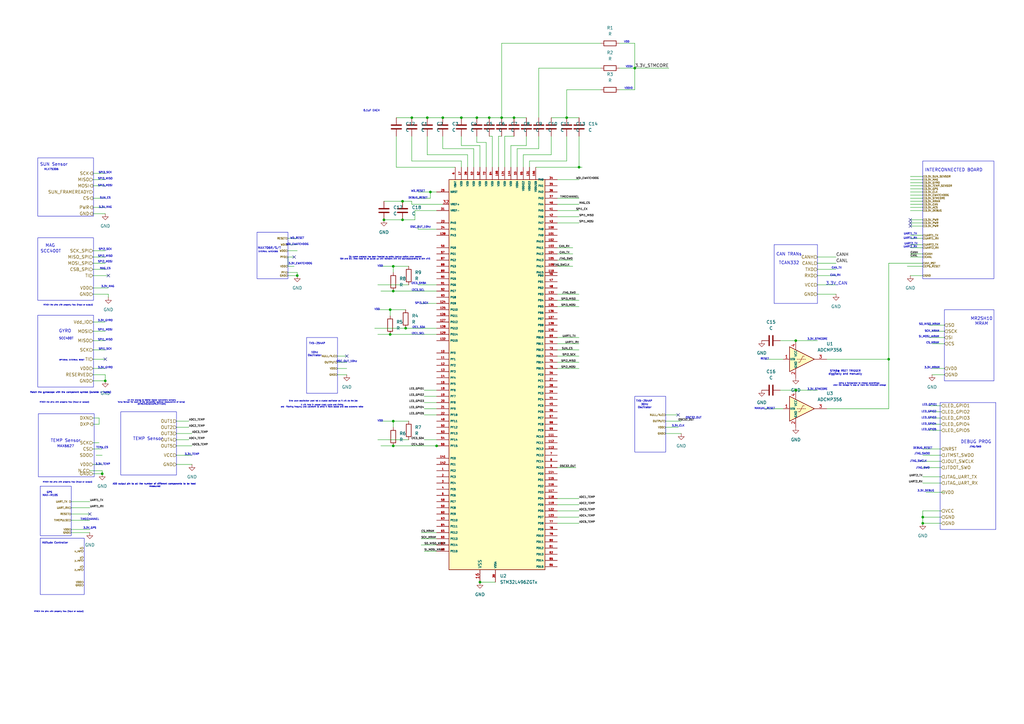
<source format=kicad_sch>
(kicad_sch (version 20231120) (generator "eeschema") (generator_version "8.0")
  (paper "A3")
  (lib_symbols
    (symbol "Comparator:ADCMP356" (pin_names (offset 0.127))
      (property "Reference" "U" (at 3.175 5.08 0))
      (property "Value" "ADCMP356" (at 3.175 -5.08 0))
      (symbol "ADCMP356_1_1"
        (pin input line (at -5.08 0 0) (length 2.54) (name "VIN") (number "1"))
        (pin power_in line (at 0 -7.62 90) (length 3.81) (name "GND") (number "2"))
        (pin output line (at 12.7 0 180) (length 5.08) (name "~") (number "3"))
        (pin power_in line (at 0 7.62 270) (length 3.81) (name "VCC") (number "4"))
      )
    )
    (symbol "Device:C" (pin_numbers hide) (pin_names (offset 0.254))
      (property "Reference" "C" (at 0.635 2.54 0))
      (property "Value" "C" (at 0.635 -2.54 0))
      (symbol "C_1_1"
        (pin passive line (at 0 3.81 270) (length 2.794) (name "~") (number "1"))
        (pin passive line (at 0 -3.81 90) (length 2.794) (name "~") (number "2"))
      )
    )
    (symbol "Device:R" (pin_numbers hide) (pin_names (offset 0))
      (property "Reference" "R" (at 2.032 0 90))
      (property "Value" "R" (at 0 0 90))
      (symbol "R_1_1"
        (pin passive line (at 0 3.81 270) (length 1.27) (name "~") (number "1"))
        (pin passive line (at 0 -3.81 90) (length 1.27) (name "~") (number "2"))
      )
    )
    (symbol "MCU_ST_STM32L4:STM32L496ZGTx"
      (property "Reference" "U1" (at -4.1559 -74.93 0))
      (property "Value" "STM32L496ZGTx" (at -4.1559 -77.47 0))
      (symbol "STM32L496ZGTx_1_1"
        (pin bidirectional line (at -30.48 -27.94 0) (length 5.08) (name "PE2") (number "1"))
        (pin bidirectional line (at -30.48 20.32 0) (length 5.08) (name "PF0") (number "10"))
        (pin bidirectional line (at 19.05 71.12 180) (length 5.08) (name "PA8") (number "100"))
        (pin bidirectional line (at 19.05 68.58 180) (length 5.08) (name "PA9") (number "101"))
        (pin bidirectional line (at 19.05 66.04 180) (length 5.08) (name "PA10") (number "102"))
        (pin bidirectional line (at 19.05 63.5 180) (length 5.08) (name "PA11") (number "103"))
        (pin bidirectional line (at 19.05 60.96 180) (length 5.08) (name "PA12") (number "104"))
        (pin bidirectional line (at 19.05 58.42 180) (length 5.08) (name "PA13") (number "105"))
        (pin power_in line (at 10.16 96.52 270) (length 5.08) (name "VDDUSB") (number "106"))
        (pin passive line (at -16.51 -73.66 90) (length 5.08) hide (name "VSS") (number "107"))
        (pin power_in line (at -5.08 96.52 270) (length 5.08) (name "VDD") (number "108"))
        (pin bidirectional line (at 19.05 55.88 180) (length 5.08) (name "PA14") (number "109"))
        (pin bidirectional line (at -30.48 17.78 0) (length 5.08) (name "PF1") (number "11"))
        (pin bidirectional line (at 19.05 53.34 180) (length 5.08) (name "PA15") (number "110"))
        (pin bidirectional line (at 19.05 -13.97 180) (length 5.08) (name "PC10") (number "111"))
        (pin bidirectional line (at 19.05 -16.51 180) (length 5.08) (name "PC11") (number "112"))
        (pin bidirectional line (at 19.05 -19.05 180) (length 5.08) (name "PC12") (number "113"))
        (pin bidirectional line (at 19.05 -29.21 180) (length 5.08) (name "PD0") (number "114"))
        (pin bidirectional line (at 19.05 -31.75 180) (length 5.08) (name "PD1") (number "115"))
        (pin bidirectional line (at 19.05 -34.29 180) (length 5.08) (name "PD2") (number "116"))
        (pin bidirectional line (at 19.05 -36.83 180) (length 5.08) (name "PD3") (number "117"))
        (pin bidirectional line (at 19.05 -39.37 180) (length 5.08) (name "PD4") (number "118"))
        (pin bidirectional line (at 19.05 -41.91 180) (length 5.08) (name "PD5") (number "119"))
        (pin bidirectional line (at -30.48 15.24 0) (length 5.08) (name "PF2") (number "12"))
        (pin passive line (at -2.54 -73.66 90) (length 5.08) hide (name "VSS") (number "120"))
        (pin power_in line (at -2.54 96.52 270) (length 5.08) (name "VDD") (number "121"))
        (pin bidirectional line (at 19.05 -44.45 180) (length 5.08) (name "PD6") (number "122"))
        (pin bidirectional line (at 19.05 -46.99 180) (length 5.08) (name "PD7") (number "123"))
        (pin bidirectional line (at -30.48 40.64 0) (length 5.08) (name "PG9") (number "124"))
        (pin bidirectional line (at -30.48 38.1 0) (length 5.08) (name "PG10") (number "125"))
        (pin bidirectional line (at -30.48 35.56 0) (length 5.08) (name "PG11") (number "126"))
        (pin bidirectional line (at -30.48 33.02 0) (length 5.08) (name "PG12") (number "127"))
        (pin bidirectional line (at -30.48 30.48 0) (length 5.08) (name "PG13") (number "128"))
        (pin bidirectional line (at -30.48 27.94 0) (length 5.08) (name "PG14") (number "129"))
        (pin bidirectional line (at -30.48 12.7 0) (length 5.08) (name "PF3") (number "13"))
        (pin passive line (at 1.27 -73.66 90) (length 5.08) hide (name "VSS") (number "130"))
        (pin power_in line (at 7.62 96.52 270) (length 5.08) (name "VDDIO2") (number "131"))
        (pin bidirectional line (at -30.48 25.4 0) (length 5.08) (name "PG15") (number "132"))
        (pin bidirectional line (at 19.05 44.45 180) (length 5.08) (name "PB3") (number "133"))
        (pin bidirectional line (at 19.05 41.91 180) (length 5.08) (name "PB4") (number "134"))
        (pin bidirectional line (at 19.05 39.37 180) (length 5.08) (name "PB5") (number "135"))
        (pin bidirectional line (at 19.05 36.83 180) (length 5.08) (name "PB6") (number "136"))
        (pin bidirectional line (at 19.05 34.29 180) (length 5.08) (name "PB7") (number "137"))
        (pin bidirectional line (at -30.48 68.58 0) (length 5.08) (name "PH3") (number "138"))
        (pin bidirectional line (at 19.05 31.75 180) (length 5.08) (name "PB8") (number "139"))
        (pin bidirectional line (at -30.48 10.16 0) (length 5.08) (name "PF4") (number "14"))
        (pin bidirectional line (at 19.05 29.21 180) (length 5.08) (name "PB9") (number "140"))
        (pin bidirectional line (at -30.48 -22.86 0) (length 5.08) (name "PE0") (number "141"))
        (pin bidirectional line (at -30.48 -25.4 0) (length 5.08) (name "PE1") (number "142"))
        (pin passive line (at 5.08 -73.66 90) (length 5.08) hide (name "VSS") (number "143"))
        (pin power_in line (at 0 96.52 270) (length 5.08) (name "VDD") (number "144"))
        (pin bidirectional line (at -30.48 7.62 0) (length 5.08) (name "PF5") (number "15"))
        (pin power_in line (at -12.7 -73.66 90) (length 5.08) (name "VSS") (number "16"))
        (pin power_in line (at -20.32 96.52 270) (length 5.08) (name "VDD") (number "17"))
        (pin bidirectional line (at -30.48 5.08 0) (length 5.08) (name "PF6") (number "18"))
        (pin bidirectional line (at -30.48 2.54 0) (length 5.08) (name "PF7") (number "19"))
        (pin bidirectional line (at -30.48 -30.48 0) (length 5.08) (name "PE3") (number "2"))
        (pin bidirectional line (at -30.48 0 0) (length 5.08) (name "PF8") (number "20"))
        (pin bidirectional line (at -30.48 -2.54 0) (length 5.08) (name "PF9") (number "21"))
        (pin bidirectional line (at -30.48 -5.08 0) (length 5.08) (name "PF10") (number "22"))
        (pin bidirectional line (at -30.48 73.66 0) (length 5.08) (name "PH0") (number "23"))
        (pin bidirectional line (at -30.48 71.12 0) (length 5.08) (name "PH1") (number "24"))
        (pin input line (at -30.48 86.36 0) (length 5.08) (name "NRST") (number "25"))
        (pin bidirectional line (at 19.05 11.43 180) (length 5.08) (name "PC0") (number "26"))
        (pin bidirectional line (at 19.05 8.89 180) (length 5.08) (name "PC1") (number "27"))
        (pin bidirectional line (at 19.05 6.35 180) (length 5.08) (name "PC2") (number "28"))
        (pin bidirectional line (at 19.05 3.81 180) (length 5.08) (name "PC3") (number "29"))
        (pin bidirectional line (at -30.48 -33.02 0) (length 5.08) (name "PE4") (number "3"))
        (pin power_in line (at -6.35 -73.66 90) (length 5.08) (name "VSSA") (number "30"))
        (pin input line (at -30.48 78.74 0) (length 5.08) (name "VREF-") (number "31"))
        (pin input line (at -27.94 81.28 0) (length 2.54) (name "VREF+") (number "32"))
        (pin power_in line (at 2.54 96.52 270) (length 5.08) (name "VDDA") (number "33"))
        (pin bidirectional line (at 19.05 91.44 180) (length 5.08) (name "PA0") (number "34"))
        (pin bidirectional line (at 19.05 88.9 180) (length 5.08) (name "PA1") (number "35"))
        (pin bidirectional line (at 19.05 86.36 180) (length 5.08) (name "PA2") (number "36"))
        (pin bidirectional line (at 19.05 83.82 180) (length 5.08) (name "PA3") (number "37"))
        (pin passive line (at -20.32 -73.66 90) (length 5.08) hide (name "VSS") (number "38"))
        (pin power_in line (at -17.78 96.52 270) (length 5.08) (name "VDD") (number "39"))
        (pin bidirectional line (at -30.48 -35.56 0) (length 5.08) (name "PE5") (number "4"))
        (pin bidirectional line (at 19.05 81.28 180) (length 5.08) (name "PA4") (number "40"))
        (pin bidirectional line (at 19.05 78.74 180) (length 5.08) (name "PA5") (number "41"))
        (pin bidirectional line (at 19.05 76.2 180) (length 5.08) (name "PA6") (number "42"))
        (pin bidirectional line (at 19.05 73.66 180) (length 5.08) (name "PA7") (number "43"))
        (pin bidirectional line (at 19.05 1.27 180) (length 5.08) (name "PC4") (number "44"))
        (pin bidirectional line (at 19.05 -1.27 180) (length 5.08) (name "PC5") (number "45"))
        (pin bidirectional line (at 19.05 52.07 180) (length 5.08) (name "PB0") (number "46"))
        (pin bidirectional line (at 19.05 49.53 180) (length 5.08) (name "PB1") (number "47"))
        (pin bidirectional line (at 19.05 46.99 180) (length 5.08) (name "PB2") (number "48"))
        (pin bidirectional line (at -30.48 -7.62 0) (length 5.08) (name "PF11") (number "49"))
        (pin bidirectional line (at -30.48 -38.1 0) (length 5.08) (name "PE6") (number "5"))
        (pin bidirectional line (at -30.48 -10.16 0) (length 5.08) (name "PF12") (number "50"))
        (pin passive line (at -20.32 -73.66 90) (length 5.08) hide (name "VSS") (number "51"))
        (pin power_in line (at -15.24 96.52 270) (length 5.08) (name "VDD") (number "52"))
        (pin bidirectional line (at -30.48 -12.7 0) (length 5.08) (name "PF13") (number "53"))
        (pin bidirectional line (at -30.48 -15.24 0) (length 5.08) (name "PF14") (number "54"))
        (pin bidirectional line (at -30.48 -17.78 0) (length 5.08) (name "PF15") (number "55"))
        (pin bidirectional line (at -30.48 63.5 0) (length 5.08) (name "PG0") (number "56"))
        (pin bidirectional line (at -30.48 60.96 0) (length 5.08) (name "PG1") (number "57"))
        (pin bidirectional line (at -30.48 -40.64 0) (length 5.08) (name "PE7") (number "58"))
        (pin bidirectional line (at -30.48 -43.18 0) (length 5.08) (name "PE8") (number "59"))
        (pin power_in line (at -22.86 96.52 270) (length 5.08) (name "VBAT") (number "6"))
        (pin bidirectional line (at -30.48 -45.72 0) (length 5.08) (name "PE9") (number "60"))
        (pin passive line (at -20.32 -73.66 90) (length 5.08) hide (name "VSS") (number "61"))
        (pin power_in line (at -12.7 96.52 270) (length 5.08) (name "VDD") (number "62"))
        (pin bidirectional line (at -30.48 -48.26 0) (length 5.08) (name "PE10") (number "63"))
        (pin bidirectional line (at -30.48 -50.8 0) (length 5.08) (name "PE11") (number "64"))
        (pin bidirectional line (at -30.48 -53.34 0) (length 5.08) (name "PE12") (number "65"))
        (pin bidirectional line (at -30.48 -55.88 0) (length 5.08) (name "PE13") (number "66"))
        (pin bidirectional line (at -30.48 -58.42 0) (length 5.08) (name "PE14") (number "67"))
        (pin bidirectional line (at -30.48 -60.96 0) (length 5.08) (name "PE15") (number "68"))
        (pin bidirectional line (at 19.05 26.67 180) (length 5.08) (name "PB10") (number "69"))
        (pin bidirectional line (at 19.05 -21.59 180) (length 5.08) (name "PC13") (number "7"))
        (pin bidirectional line (at 19.05 24.13 180) (length 5.08) (name "PB11") (number "70"))
        (pin passive line (at -20.32 -73.66 90) (length 5.08) hide (name "VSS") (number "71"))
        (pin power_in line (at -10.16 96.52 270) (length 5.08) (name "VDD") (number "72"))
        (pin bidirectional line (at 19.05 21.59 180) (length 5.08) (name "PB12") (number "73"))
        (pin bidirectional line (at 19.05 19.05 180) (length 5.08) (name "PB13") (number "74"))
        (pin bidirectional line (at 19.05 16.51 180) (length 5.08) (name "PB14") (number "75"))
        (pin bidirectional line (at 19.05 13.97 180) (length 5.08) (name "PB15") (number "76"))
        (pin bidirectional line (at 19.05 -49.53 180) (length 5.08) (name "PD8") (number "77"))
        (pin bidirectional line (at 19.05 -52.07 180) (length 5.08) (name "PD9") (number "78"))
        (pin bidirectional line (at 19.05 -54.61 180) (length 5.08) (name "PD10") (number "79"))
        (pin bidirectional line (at 19.05 -24.13 180) (length 5.08) (name "PC14") (number "8"))
        (pin bidirectional line (at 19.05 -57.15 180) (length 5.08) (name "PD11") (number "80"))
        (pin bidirectional line (at 19.05 -59.69 180) (length 5.08) (name "PD12") (number "81"))
        (pin bidirectional line (at 19.05 -62.23 180) (length 5.08) (name "PD13") (number "82"))
        (pin passive line (at -20.32 -73.66 90) (length 5.08) hide (name "VSS") (number "83"))
        (pin power_in line (at -7.62 96.52 270) (length 5.08) (name "VDD") (number "84"))
        (pin bidirectional line (at 19.05 -64.77 180) (length 5.08) (name "PD14") (number "85"))
        (pin bidirectional line (at 19.05 -67.31 180) (length 5.08) (name "PD15") (number "86"))
        (pin bidirectional line (at -30.48 58.42 0) (length 5.08) (name "PG2") (number "87"))
        (pin bidirectional line (at -30.48 55.88 0) (length 5.08) (name "PG3") (number "88"))
        (pin bidirectional line (at -30.48 53.34 0) (length 5.08) (name "PG4") (number "89"))
        (pin bidirectional line (at 19.05 -26.67 180) (length 5.08) (name "PC15") (number "9"))
        (pin bidirectional line (at -30.48 50.8 0) (length 5.08) (name "PG5") (number "90"))
        (pin bidirectional line (at -30.48 48.26 0) (length 5.08) (name "PG6") (number "91"))
        (pin bidirectional line (at -30.48 45.72 0) (length 5.08) (name "PG7") (number "92"))
        (pin bidirectional line (at -30.48 43.18 0) (length 5.08) (name "PG8") (number "93"))
        (pin passive line (at -20.32 -73.66 90) (length 5.08) hide (name "VSS") (number "94"))
        (pin power_in line (at 5.08 96.52 270) (length 5.08) (name "VDDIO2") (number "95"))
        (pin bidirectional line (at 19.05 -3.81 180) (length 5.08) (name "PC6") (number "96"))
        (pin bidirectional line (at 19.05 -6.35 180) (length 5.08) (name "PC7") (number "97"))
        (pin bidirectional line (at 19.05 -8.89 180) (length 5.08) (name "PC8") (number "98"))
        (pin bidirectional line (at 19.05 -11.43 180) (length 5.08) (name "PC9") (number "99"))
      )
    )
    (symbol "power:GND" (power) (pin_numbers hide) (pin_names (offset 0) hide)
      (property "Value" "GND" (at 0 -3.81 0))
      (symbol "GND_1_1"
        (pin power_in line (at 0 0 270) (length 0) (name "~") (number "1"))
      )
    )
  )
  (junction (at 41.91 194.31))
  (junction (at 195.58 48.26))
  (junction (at 189.23 48.26))
  (junction (at 196.85 238.76))
  (junction (at 161.29 109.22))
  (junction (at 237.49 68.58))
  (junction (at 364.49 147.32))
  (junction (at 121.92 113.03))
  (junction (at 179.07 182.88))
  (junction (at 210.82 48.26))
  (junction (at 161.29 119.38))
  (junction (at 378.46 212.09))
  (junction (at 378.46 214.63))
  (junction (at 200.66 48.26))
  (junction (at 260.35 27.94))
  (junction (at 161.29 172.72))
  (junction (at 157.48 90.17))
  (junction (at 205.74 48.26))
  (junction (at 168.91 48.26))
  (junction (at 43.18 156.21))
  (junction (at 326.39 160.02))
  (junction (at 176.53 78.74))
  (junction (at 175.26 48.26))
  (junction (at 160.02 127))
  (junction (at 161.29 182.88))
  (junction (at 181.61 48.26))
  (junction (at 232.41 48.26))
  (junction (at 326.39 139.7))
  (junction (at 165.1 90.17))
  (junction (at 160.02 137.16))
  (junction (at 166.37 134.62))
  (junction (at 165.1 82.55))
  (no_connect (at 44.45 113.03))
  (no_connect (at 36.83 210.82))
  (no_connect (at 373.38 90.17))
  (no_connect (at 120.65 105.41))
  (no_connect (at 43.18 147.32))
  (no_connect (at 373.38 91.44))
  (no_connect (at 373.38 92.71))
  (no_connect (at 142.24 146.05))
  (no_connect (at 278.13 170.18))
  (wire (pts (xy 373.38 82.55) (xy 378.46 82.55)))
  (wire (pts (xy 161.29 182.88) (xy 179.07 182.88)))
  (wire (pts (xy 200.66 48.26) (xy 205.74 48.26)))
  (wire (pts (xy 373.38 90.17) (xy 378.46 90.17)))
  (wire (pts (xy 379.73 201.93) (xy 387.35 201.93)))
  (wire (pts (xy 172.72 124.46) (xy 179.07 124.46)))
  (wire (pts (xy 226.06 48.26) (xy 232.41 48.26)))
  (wire (pts (xy 215.9 59.69) (xy 215.9 55.88)))
  (wire (pts (xy 38.1 173.99) (xy 40.64 173.99)))
  (wire (pts (xy 378.46 212.09) (xy 386.08 212.09)))
  (wire (pts (xy 232.41 66.04) (xy 232.41 55.88)))
  (wire (pts (xy 378.46 186.69) (xy 386.08 186.69)))
  (wire (pts (xy 254 17.78) (xy 260.35 17.78)))
  (wire (pts (xy 228.6 214.63) (xy 237.49 214.63)))
  (wire (pts (xy 220.98 48.26) (xy 220.98 27.94)))
  (wire (pts (xy 378.46 212.09) (xy 378.46 214.63)))
  (wire (pts (xy 173.99 180.34) (xy 179.07 180.34)))
  (wire (pts (xy 382.27 140.97) (xy 387.35 140.97)))
  (wire (pts (xy 29.21 218.44) (xy 36.83 218.44)))
  (wire (pts (xy 381 173.99) (xy 386.08 173.99)))
  (wire (pts (xy 201.93 68.58) (xy 201.93 55.88)))
  (wire (pts (xy 386.08 195.58) (xy 378.46 195.58)))
  (wire (pts (xy 339.09 167.64) (xy 364.49 167.64)))
  (wire (pts (xy 194.31 68.58) (xy 194.31 60.96)))
  (wire (pts (xy 199.39 58.42) (xy 195.58 58.42)))
  (wire (pts (xy 191.77 68.58) (xy 191.77 63.5)))
  (wire (pts (xy 228.6 146.05) (xy 237.49 146.05)))
  (wire (pts (xy 166.37 134.62) (xy 179.07 134.62)))
  (wire (pts (xy 186.69 68.58) (xy 162.56 68.58)))
  (wire (pts (xy 196.85 68.58) (xy 196.85 59.69)))
  (wire (pts (xy 232.41 36.83) (xy 246.38 36.83)))
  (wire (pts (xy 326.39 139.7) (xy 335.28 139.7)))
  (wire (pts (xy 170.18 86.36) (xy 170.18 90.17)))
  (wire (pts (xy 364.49 147.32) (xy 364.49 107.95)))
  (wire (pts (xy 232.41 48.26) (xy 232.41 36.83)))
  (wire (pts (xy 72.39 186.69) (xy 78.74 186.69)))
  (wire (pts (xy 313.69 167.64) (xy 321.31 167.64)))
  (wire (pts (xy 273.05 177.8) (xy 279.4 177.8)))
  (wire (pts (xy 38.1 85.09) (xy 43.18 85.09)))
  (wire (pts (xy 171.45 78.74) (xy 176.53 78.74)))
  (wire (pts (xy 228.6 88.9) (xy 237.49 88.9)))
  (wire (pts (xy 237.49 68.58) (xy 237.49 55.88)))
  (wire (pts (xy 212.09 60.96) (xy 220.98 60.96)))
  (wire (pts (xy 373.38 83.82) (xy 378.46 83.82)))
  (wire (pts (xy 195.58 48.26) (xy 200.66 48.26)))
  (wire (pts (xy 382.27 151.13) (xy 387.35 151.13)))
  (wire (pts (xy 176.53 78.74) (xy 179.07 78.74)))
  (wire (pts (xy 138.43 146.05) (xy 142.24 146.05)))
  (wire (pts (xy 173.99 170.18) (xy 179.07 170.18)))
  (wire (pts (xy 157.48 90.17) (xy 165.1 90.17)))
  (wire (pts (xy 189.23 48.26) (xy 195.58 48.26)))
  (wire (pts (xy 138.43 151.13) (xy 142.24 151.13)))
  (wire (pts (xy 161.29 119.38) (xy 179.07 119.38)))
  (wire (pts (xy 228.6 106.68) (xy 234.95 106.68)))
  (wire (pts (xy 378.46 214.63) (xy 386.08 214.63)))
  (wire (pts (xy 72.39 177.8) (xy 78.74 177.8)))
  (wire (pts (xy 161.29 111.76) (xy 161.29 109.22)))
  (wire (pts (xy 181.61 83.82) (xy 168.91 83.82)))
  (wire (pts (xy 153.67 134.62) (xy 166.37 134.62)))
  (wire (pts (xy 29.21 210.82) (xy 36.83 210.82)))
  (wire (pts (xy 382.27 153.67) (xy 387.35 153.67)))
  (wire (pts (xy 171.45 92.71) (xy 171.45 93.98)))
  (wire (pts (xy 335.28 105.41) (xy 342.9 105.41)))
  (wire (pts (xy 382.27 135.89) (xy 387.35 135.89)))
  (wire (pts (xy 173.99 165.1) (xy 179.07 165.1)))
  (wire (pts (xy 161.29 109.22) (xy 167.64 109.22)))
  (wire (pts (xy 189.23 59.69) (xy 189.23 55.88)))
  (wire (pts (xy 175.26 48.26) (xy 181.61 48.26)))
  (wire (pts (xy 162.56 68.58) (xy 162.56 55.88)))
  (wire (pts (xy 214.63 68.58) (xy 214.63 63.5)))
  (wire (pts (xy 204.47 68.58) (xy 204.47 55.88)))
  (wire (pts (xy 373.38 80.01) (xy 378.46 80.01)))
  (wire (pts (xy 228.6 140.97) (xy 237.49 140.97)))
  (wire (pts (xy 138.43 153.67) (xy 142.24 153.67)))
  (wire (pts (xy 381 133.35) (xy 387.35 133.35)))
  (wire (pts (xy 335.28 116.84) (xy 342.9 116.84)))
  (wire (pts (xy 228.6 138.43) (xy 237.49 138.43)))
  (wire (pts (xy 38.1 73.66) (xy 43.18 73.66)))
  (wire (pts (xy 29.21 208.28) (xy 36.83 208.28)))
  (wire (pts (xy 386.08 198.12) (xy 378.46 198.12)))
  (wire (pts (xy 209.55 68.58) (xy 209.55 59.69)))
  (wire (pts (xy 335.28 110.49) (xy 342.9 110.49)))
  (wire (pts (xy 217.17 66.04) (xy 232.41 66.04)))
  (wire (pts (xy 172.72 223.52) (xy 179.07 223.52)))
  (wire (pts (xy 168.91 66.04) (xy 168.91 55.88)))
  (wire (pts (xy 228.6 207.01) (xy 237.49 207.01)))
  (wire (pts (xy 38.1 81.28) (xy 43.18 81.28)))
  (wire (pts (xy 228.6 151.13) (xy 237.49 151.13)))
  (wire (pts (xy 162.56 48.26) (xy 168.91 48.26)))
  (wire (pts (xy 326.39 160.02) (xy 335.28 160.02)))
  (wire (pts (xy 196.85 59.69) (xy 189.23 59.69)))
  (wire (pts (xy 72.39 190.5) (xy 78.74 190.5)))
  (wire (pts (xy 168.91 83.82) (xy 168.91 82.55)))
  (wire (pts (xy 38.1 147.32) (xy 43.18 147.32)))
  (wire (pts (xy 196.85 238.76) (xy 203.2 238.76)))
  (wire (pts (xy 154.94 116.84) (xy 167.64 116.84)))
  (wire (pts (xy 205.74 48.26) (xy 210.82 48.26)))
  (wire (pts (xy 154.94 137.16) (xy 160.02 137.16)))
  (wire (pts (xy 38.1 139.7) (xy 43.18 139.7)))
  (wire (pts (xy 72.39 175.26) (xy 77.47 175.26)))
  (wire (pts (xy 160.02 137.16) (xy 179.07 137.16)))
  (wire (pts (xy 378.46 184.15) (xy 386.08 184.15)))
  (wire (pts (xy 228.6 83.82) (xy 237.49 83.82)))
  (wire (pts (xy 173.99 167.64) (xy 179.07 167.64)))
  (wire (pts (xy 273.05 172.72) (xy 279.4 172.72)))
  (wire (pts (xy 381 171.45) (xy 386.08 171.45)))
  (wire (pts (xy 373.38 77.47) (xy 378.46 77.47)))
  (wire (pts (xy 154.94 127) (xy 160.02 127)))
  (wire (pts (xy 335.28 113.03) (xy 342.9 113.03)))
  (wire (pts (xy 228.6 91.44) (xy 237.49 91.44)))
  (wire (pts (xy 373.38 97.79) (xy 378.46 97.79)))
  (wire (pts (xy 161.29 172.72) (xy 167.64 172.72)))
  (wire (pts (xy 199.39 68.58) (xy 199.39 58.42)))
  (wire (pts (xy 378.46 209.55) (xy 378.46 212.09)))
  (wire (pts (xy 373.38 113.03) (xy 378.46 113.03)))
  (wire (pts (xy 228.6 204.47) (xy 237.49 204.47)))
  (wire (pts (xy 38.1 151.13) (xy 43.18 151.13)))
  (wire (pts (xy 219.71 68.58) (xy 237.49 68.58)))
  (wire (pts (xy 72.39 172.72) (xy 77.47 172.72)))
  (wire (pts (xy 172.72 220.98) (xy 179.07 220.98)))
  (wire (pts (xy 320.04 139.7) (xy 326.39 139.7)))
  (wire (pts (xy 228.6 81.28) (xy 237.49 81.28)))
  (wire (pts (xy 160.02 127) (xy 166.37 127)))
  (wire (pts (xy 118.11 100.33) (xy 121.92 100.33)))
  (wire (pts (xy 260.35 27.94) (xy 274.32 27.94)))
  (wire (pts (xy 273.05 175.26) (xy 278.13 175.26)))
  (wire (pts (xy 364.49 107.95) (xy 378.46 107.95)))
  (wire (pts (xy 373.38 104.14) (xy 378.46 104.14)))
  (wire (pts (xy 118.11 102.87) (xy 121.92 102.87)))
  (wire (pts (xy 72.39 182.88) (xy 78.74 182.88)))
  (wire (pts (xy 38.1 102.87) (xy 43.18 102.87)))
  (wire (pts (xy 373.38 96.52) (xy 378.46 96.52)))
  (wire (pts (xy 254 27.94) (xy 260.35 27.94)))
  (wire (pts (xy 171.45 81.28) (xy 176.53 81.28)))
  (wire (pts (xy 29.21 217.17) (xy 36.83 217.17)))
  (wire (pts (xy 373.38 85.09) (xy 378.46 85.09)))
  (wire (pts (xy 214.63 63.5) (xy 226.06 63.5)))
  (wire (pts (xy 154.94 180.34) (xy 167.64 180.34)))
  (wire (pts (xy 254 36.83) (xy 260.35 36.83)))
  (wire (pts (xy 232.41 48.26) (xy 237.49 48.26)))
  (wire (pts (xy 373.38 101.6) (xy 378.46 101.6)))
  (wire (pts (xy 161.29 175.26) (xy 161.29 172.72)))
  (wire (pts (xy 38.1 105.41) (xy 43.18 105.41)))
  (wire (pts (xy 194.31 60.96) (xy 181.61 60.96)))
  (wire (pts (xy 121.92 111.76) (xy 121.92 113.03)))
  (wire (pts (xy 191.77 63.5) (xy 175.26 63.5)))
  (wire (pts (xy 138.43 148.59) (xy 142.24 148.59)))
  (wire (pts (xy 373.38 78.74) (xy 378.46 78.74)))
  (wire (pts (xy 260.35 27.94) (xy 260.35 36.83)))
  (wire (pts (xy 179.07 93.98) (xy 171.45 93.98)))
  (wire (pts (xy 228.6 109.22) (xy 234.95 109.22)))
  (wire (pts (xy 373.38 100.33) (xy 378.46 100.33)))
  (wire (pts (xy 189.23 68.58) (xy 189.23 66.04)))
  (wire (pts (xy 39.37 186.69) (xy 41.91 186.69)))
  (wire (pts (xy 201.93 55.88) (xy 200.66 55.88)))
  (wire (pts (xy 38.1 171.45) (xy 40.64 171.45)))
  (wire (pts (xy 171.45 116.84) (xy 179.07 116.84)))
  (wire (pts (xy 210.82 48.26) (xy 215.9 48.26)))
  (wire (pts (xy 373.38 72.39) (xy 378.46 72.39)))
  (wire (pts (xy 381 176.53) (xy 386.08 176.53)))
  (wire (pts (xy 320.04 160.02) (xy 326.39 160.02)))
  (wire (pts (xy 29.21 205.74) (xy 36.83 205.74)))
  (wire (pts (xy 157.48 82.55) (xy 165.1 82.55)))
  (wire (pts (xy 373.38 74.93) (xy 378.46 74.93)))
  (wire (pts (xy 373.38 81.28) (xy 378.46 81.28)))
  (wire (pts (xy 160.02 129.54) (xy 160.02 127)))
  (wire (pts (xy 228.6 123.19) (xy 237.49 123.19)))
  (wire (pts (xy 156.21 119.38) (xy 161.29 119.38)))
  (wire (pts (xy 237.49 68.58) (xy 238.76 68.58)))
  (wire (pts (xy 228.6 143.51) (xy 237.49 143.51)))
  (wire (pts (xy 176.53 78.74) (xy 176.53 81.28)))
  (wire (pts (xy 228.6 86.36) (xy 237.49 86.36)))
  (wire (pts (xy 372.11 109.22) (xy 378.46 109.22)))
  (wire (pts (xy 207.01 68.58) (xy 207.01 55.88)))
  (wire (pts (xy 38.1 76.2) (xy 43.18 76.2)))
  (wire (pts (xy 220.98 27.94) (xy 246.38 27.94)))
  (wire (pts (xy 373.38 91.44) (xy 378.46 91.44)))
  (wire (pts (xy 205.74 17.78) (xy 246.38 17.78)))
  (wire (pts (xy 43.18 153.67) (xy 43.18 156.21)))
  (wire (pts (xy 181.61 60.96) (xy 181.61 55.88)))
  (wire (pts (xy 228.6 125.73) (xy 237.49 125.73)))
  (wire (pts (xy 373.38 105.41) (xy 378.46 105.41)))
  (wire (pts (xy 326.39 161.29) (xy 326.39 160.02)))
  (wire (pts (xy 181.61 48.26) (xy 189.23 48.26)))
  (wire (pts (xy 38.1 181.61) (xy 40.64 181.61)))
  (wire (pts (xy 72.39 180.34) (xy 77.47 180.34)))
  (wire (pts (xy 38.1 184.15) (xy 41.91 184.15)))
  (wire (pts (xy 373.38 92.71) (xy 378.46 92.71)))
  (wire (pts (xy 381 168.91) (xy 386.08 168.91)))
  (wire (pts (xy 189.23 66.04) (xy 168.91 66.04)))
  (wire (pts (xy 38.1 110.49) (xy 43.18 110.49)))
  (wire (pts (xy 156.21 109.22) (xy 161.29 109.22)))
  (wire (pts (xy 165.1 82.55) (xy 168.91 82.55)))
  (wire (pts (xy 378.46 191.77) (xy 386.08 191.77)))
  (wire (pts (xy 335.28 120.65) (xy 342.9 120.65)))
  (wire (pts (xy 156.21 172.72) (xy 161.29 172.72)))
  (wire (pts (xy 38.1 135.89) (xy 43.18 135.89)))
  (wire (pts (xy 205.74 48.26) (xy 205.74 17.78)))
  (wire (pts (xy 29.21 213.36) (xy 36.83 213.36)))
  (wire (pts (xy 173.99 162.56) (xy 179.07 162.56)))
  (wire (pts (xy 38.1 190.5) (xy 41.91 190.5)))
  (wire (pts (xy 228.6 104.14) (xy 234.95 104.14)))
  (wire (pts (xy 381 138.43) (xy 387.35 138.43)))
  (wire (pts (xy 273.05 170.18) (xy 278.13 170.18)))
  (wire (pts (xy 220.98 60.96) (xy 220.98 55.88)))
  (wire (pts (xy 204.47 55.88) (xy 205.74 55.88)))
  (wire (pts (xy 38.1 194.31) (xy 41.91 194.31)))
  (wire (pts (xy 195.58 58.42) (xy 195.58 55.88)))
  (wire (pts (xy 44.45 120.65) (xy 44.45 121.92)))
  (wire (pts (xy 36.83 193.04) (xy 41.91 193.04)))
  (wire (pts (xy 38.1 107.95) (xy 43.18 107.95)))
  (wire (pts (xy 38.1 118.11) (xy 44.45 118.11)))
  (wire (pts (xy 373.38 73.66) (xy 378.46 73.66)))
  (wire (pts (xy 118.11 113.03) (xy 121.92 113.03)))
  (wire (pts (xy 38.1 71.12) (xy 43.18 71.12)))
  (wire (pts (xy 38.1 132.08) (xy 43.18 132.08)))
  (wire (pts (xy 41.91 193.04) (xy 41.91 194.31)))
  (wire (pts (xy 168.91 48.26) (xy 175.26 48.26)))
  (wire (pts (xy 228.6 101.6) (xy 234.95 101.6)))
  (wire (pts (xy 381 166.37) (xy 386.08 166.37)))
  (wire (pts (xy 228.6 148.59) (xy 237.49 148.59)))
  (wire (pts (xy 165.1 90.17) (xy 170.18 90.17)))
  (wire (pts (xy 179.07 86.36) (xy 170.18 86.36)))
  (wire (pts (xy 118.11 97.79) (xy 121.92 97.79)))
  (wire (pts (xy 38.1 113.03) (xy 44.45 113.03)))
  (wire (pts (xy 335.28 107.95) (xy 342.9 107.95)))
  (wire (pts (xy 217.17 68.58) (xy 217.17 66.04)))
  (wire (pts (xy 209.55 59.69) (xy 215.9 59.69)))
  (wire (pts (xy 118.11 109.22) (xy 120.65 109.22)))
  (wire (pts (xy 377.19 189.23) (xy 386.08 189.23)))
  (wire (pts (xy 40.64 171.45) (xy 40.64 173.99)))
  (wire (pts (xy 313.69 147.32) (xy 321.31 147.32)))
  (wire (pts (xy 38.1 87.63) (xy 43.18 87.63)))
  (wire (pts (xy 373.38 86.36) (xy 378.46 86.36)))
  (wire (pts (xy 118.11 111.76) (xy 121.92 111.76)))
  (wire (pts (xy 156.21 182.88) (xy 161.29 182.88)))
  (wire (pts (xy 260.35 17.78) (xy 260.35 27.94)))
  (wire (pts (xy 228.6 73.66) (xy 237.49 73.66)))
  (wire (pts (xy 175.26 55.88) (xy 175.26 63.5)))
  (wire (pts (xy 173.99 226.06) (xy 179.07 226.06)))
  (wire (pts (xy 228.6 120.65) (xy 237.49 120.65)))
  (wire (pts (xy 373.38 76.2) (xy 378.46 76.2)))
  (wire (pts (xy 118.11 105.41) (xy 120.65 105.41)))
  (wire (pts (xy 173.99 160.02) (xy 179.07 160.02)))
  (wire (pts (xy 172.72 218.44) (xy 179.07 218.44)))
  (wire (pts (xy 364.49 167.64) (xy 364.49 147.32)))
  (wire (pts (xy 273.05 175.26) (xy 273.05 177.8)))
  (wire (pts (xy 38.1 143.51) (xy 43.18 143.51)))
  (wire (pts (xy 207.01 55.88) (xy 210.82 55.88)))
  (wire (pts (xy 118.11 105.41) (xy 118.11 109.22)))
  (wire (pts (xy 339.09 147.32) (xy 364.49 147.32)))
  (wire (pts (xy 38.1 120.65) (xy 44.45 120.65)))
  (wire (pts (xy 38.1 156.21) (xy 43.18 156.21)))
  (wire (pts (xy 386.08 209.55) (xy 378.46 209.55)))
  (wire (pts (xy 179.07 182.88) (xy 180.34 182.88)))
  (wire (pts (xy 212.09 68.58) (xy 212.09 60.96)))
  (wire (pts (xy 228.6 209.55) (xy 237.49 209.55)))
  (wire (pts (xy 228.6 212.09) (xy 237.49 212.09)))
  (wire (pts (xy 228.6 191.77) (xy 236.22 191.77)))
  (wire (pts (xy 38.1 153.67) (xy 43.18 153.67)))
  (wire (pts (xy 226.06 63.5) (xy 226.06 55.88)))
  (rectangle (start 260.35 162.56) (end 273.05 185.42))
  (rectangle (start 385.572 165.1) (end 408.432 217.17))
  (rectangle (start 16.51 199.39) (end 29.21 219.71))
  (rectangle (start 125.73 138.43) (end 138.43 161.29))
  (rectangle (start 16.51 220.726) (end 34.544 243.84))
  (rectangle (start 317.5 100.33) (end 335.28 124.46))
  (rectangle (start 15.494 129.286) (end 38.354 158.75))
  (rectangle (start 49.53 168.91) (end 72.39 194.818))
  (rectangle (start 105.41 95.25) (end 118.11 114.3))
  (rectangle (start 378.46 66.04) (end 407.67 114.3))
  (rectangle (start 15.494 64.77) (end 38.354 88.646))
  (rectangle (start 15.748 169.672) (end 38.608 195.58))
  (rectangle (start 407.67 127) (end 387.35 156.21))
  (rectangle (start 15.494 97.536) (end 38.354 123.19))
  (text "MR2SH10\nMRAM\n" (at 402.59 131.826 0) (effects (font (size 1.27 1.27))))
  (text "MTACH the pins with properly flow (input or output)\n" (at 27.94 125.222 0) (effects (font (size 0.508 0.508))))
  (text "JTAG_SWDO" (at 378.206 186.182 0) (effects (font (size 0.762 0.762))))
  (text "3.3V_CLK" (at 278.13 174.752 0) (effects (font (size 0.762 0.762))))
  (text "10hz\nOscillator" (at 129.032 145.288 0) (effects (font (size 0.762 0.762))))
  (text "JTAG_SWCLK" (at 376.682 189.23 0) (effects (font (size 0.762 0.762))))
  (text "SPI3_SCK" (at 172.974 124.46 0) (effects (font (size 0.762 0.762))))
  (text "30Hz\nOscillator" (at 264.414 166.624 0) (effects (font (size 0.762 0.762))))
  (text "TX5-254AP\n" (at 130.048 140.97 0) (effects (font (size 0.762 0.762))))
  (text "VDDA" (at 258.064 27.432 0) (effects (font (size 0.762 0.762))))
  (text "MAG\n" (at 20.574 100.838 0) (effects (font (size 1.27 1.27))))
  (text "EXTERNAL WATCHDOG" (at 109.982 103.378 0) (effects (font (size 0.508 0.508))))
  (text "3.3V_TEMP" (at 42.164 190.5 0) (effects (font (size 0.762 0.762))))
  (text "SI_MOSI_mRAM" (at 381 138.176 0) (effects (font (size 0.762 0.762))))
  (text "VDD" (at 257.048 17.272 0) (effects (font (size 0.762 0.762))))
  (text "VDD" (at 155.956 109.22 0) (effects (font (size 0.762 0.762))))
  (text "SCC400T" (at 20.828 103.124 0) (effects (font (size 1.27 1.27))))
  (text "OPTIONAL EXTERNAL RESET" (at 29.464 147.828 0) (effects (font (size 0.508 0.508))))
  (text "SPI3_SCK" (at 43.18 70.866 0) (effects (font (size 0.762 0.762))))
  (text "GYRO\n" (at 26.67 135.89 0) (effects (font (size 1.27 1.27))))
  (text "MTACH the pins with properly flow (input or output)\n" (at 27.686 197.866 0) (effects (font (size 0.508 0.508))))
  (text "TEMp_CS" (at 41.91 183.642 0) (effects (font (size 0.762 0.762))))
  (text "DEBUG_RESET" (at 171.45 81.28 0) (effects (font (size 0.762 0.762))))
  (text "3.3V_MAG" (at 44.196 117.602 0) (effects (font (size 0.762 0.762))))
  (text "It will help in proper clock cycle and timing\n and  filtering frequncy and waveform to amke it more stable and less extereme noise " (at 132.08 166.624 0) (effects (font (size 0.508 0.508))))
  (text "all the analog to digital signal converters sensors\nTemp Sensor for each of the sensor(for optimal measuremnt of temp) \n(GYRO,MAG,SUN,GPS,ATTITUDE)" (at 62.23 165.1 0) (effects (font (size 0.508 0.508))))
  (text "SPI1_SCK\n" (at 43.18 143.256 0) (effects (font (size 0.762 0.762))))
  (text "MLX75306 " (at 21.336 69.596 0) (effects (font (size 0.762 0.762))))
  (text "OSC32_OUT" (at 284.48 171.45 0) (effects (font (size 0.762 0.762))))
  (text "TIMECHANNEL" (at 36.83 213.106 0) (effects (font (size 0.762 0.762))))
  (text "DEBUG PROG\n" (at 400.304 181.356 0) (effects (font (size 1.27 1.27))))
  (text "Using a Comparator to choose accordingly \nwhen the voltage is less or more the threshold voltage" (at 352.552 157.734 0) (effects (font (size 0.508 0.508))))
  (text "SPI3_MOSI" (at 43.18 76.2 0) (effects (font (size 0.762 0.762))))
  (text "3.3V_CAN" (at 343.154 116.332 0) (effects (font (size 1.27 1.27))))
  (text "3.3V_GPS" (at 36.83 216.662 0) (effects (font (size 0.762 0.762))))
  (text "3.3V_EWATCHDOG" (at 123.19 108.204 0) (effects (font (size 0.762 0.762))))
  (text "RESET\n" (at 313.69 147.32 0) (effects (font (size 0.762 0.762))))
  (text "LED_GPIO2\n" (at 381 168.91 0) (effects (font (size 0.762 0.762))))
  (text "JTAG/SWD\n" (at 400.05 183.388 0) (effects (font (size 0.635 0.635))))
  (text "MTACH the pins with properly flow (input or output)\n" (at 24.13 250.952 0) (effects (font (size 0.508 0.508))))
  (text "TCAN332\n" (at 323.596 107.95 0) (effects (font (size 1.27 1.27))))
  (text "3.3V_DEBUG" (at 379.73 201.422 0) (effects (font (size 0.762 0.762))))
  (text "SIne wave osccialltor used not a crystal oscillator as it will do the job" (at 132.588 164.592 0) (effects (font (size 0.508 0.508))))
  (text "SPI3_MISO" (at 43.18 73.406 0) (effects (font (size 0.762 0.762))))
  (text "SPI1_MISO\n" (at 43.18 139.446 0) (effects (font (size 0.762 0.762))))
  (text "SUN Sensor\n" (at 22.098 67.564 0) (effects (font (size 1.27 1.27))))
  (text "LED_GPIO5" (at 381 176.276 0) (effects (font (size 0.762 0.762))))
  (text "OSC_OUT_10hz" (at 172.466 93.218 0) (effects (font (size 0.762 0.762))))
  (text "SO_MISO_MRAM" (at 381.254 133.096 0) (effects (font (size 0.762 0.762))))
  (text "WD_RESET" (at 121.92 97.79 0) (effects (font (size 0.762 0.762))))
  (text "SUN_CS" (at 43.18 81.28 0) (effects (font (size 0.762 0.762))))
  (text "Match the gyroscope with the component symbol (outside = inside)" (at 28.956 161.036 0) (effects (font (size 0.635 0.635))))
  (text "LED_GPIO3" (at 381 171.45 0) (effects (font (size 0.762 0.762))))
  (text "I2C3_SMBA" (at 171.704 116.332 0) (effects (font (size 0.762 0.762))))
  (text "3.3V_MRAM" (at 382.27 150.876 0) (effects (font (size 0.762 0.762))))
  (text "VDD" (at 155.956 172.72 0) (effects (font (size 0.762 0.762))))
  (text "SCK_MRAM" (at 382.27 135.89 0) (effects (font (size 0.762 0.762))))
  (text "SCC400T" (at 27.178 138.938 0) (effects (font (size 0.889 0.889))))
  (text "WDI_EWATCHDOG" (at 121.92 100.33 0) (effects (font (size 0.762 0.762))))
  (text "VDDIO\n" (at 257.81 36.322 0) (effects (font (size 0.762 0.762))))
  (text "SPI2_MOSI" (at 43.18 107.442 0) (effects (font (size 0.762 0.762))))
  (text "JTAG_SWO" (at 378.46 192.024 0) (effects (font (size 0.762 0.762))))
  (text "SPI1_MOSI\n" (at 43.18 135.382 0) (effects (font (size 0.762 0.762))))
  (text "ADD output pin to all the number of different components to be heat \nmeasured" (at 63.5 199.136 0) (effects (font (size 0.635 0.635))))
  (text "SPI2_MISO" (at 43.18 105.156 0) (effects (font (size 0.762 0.762))))
  (text "STM#@ RSET TRIGGER\ndiggitally and manually" (at 346.71 152.908 0) (effects (font (size 0.762 0.762))))
  (text "WD_RESET" (at 171.45 78.486 0) (effects (font (size 0.762 0.762))))
  (text "LED_GPIO4\n" (at 381 173.99 0) (effects (font (size 0.762 0.762))))
  (text "I2C1_SCL\n" (at 171.45 136.906 0) (effects (font (size 0.762 0.762))))
  (text "0.1uF EACH\n" (at 152.4 45.466 0) (effects (font (size 0.762 0.762))))
  (text "MAX6627\n" (at 26.924 183.134 0) (effects (font (size 1.016 1.016))))
  (text "UART1_TX" (at 373.38 96.012 0) (effects (font (size 0.762 0.762))))
  (text "MAX706R/S/T" (at 110.49 101.854 0) (effects (font (size 0.889 0.889))))
  (text "LED_GPIO1" (at 381.254 166.116 0) (effects (font (size 0.762 0.762))))
  (text "3.3V_GYRO" (at 43.18 150.876 0) (effects (font (size 0.762 0.762))))
  (text "OSC_OUT_10hz" (at 142.24 148.336 0) (effects (font (size 0.762 0.762))))
  (text "TEMP Sensor\n" (at 26.924 180.848 0) (effects (font (size 1.27 1.27))))
  (text "CAN TRANs\n\n" (at 323.596 105.41 0) (effects (font (size 1.27 1.27))))
  (text "DEBUG_RESET" (at 378.46 183.896 0) (effects (font (size 0.762 0.762))))
  (text "CS_MRAM" (at 382.524 140.716 0) (effects (font (size 0.762 0.762))))
  (text "UART2_RX" (at 373.38 101.346 0) (effects (font (size 0.762 0.762))))
  (text "3.3V_GYRO\n" (at 43.18 131.572 0) (effects (font (size 0.762 0.762))))
  (text "3.3V_MAG" (at 43.18 85.09 0) (effects (font (size 0.762 0.762))))
  (text "I2C1_SDA" (at 171.704 134.366 0) (effects (font (size 0.762 0.762))))
  (text "VDD" (at 154.686 127 0) (effects (font (size 0.762 0.762))))
  (text "3.3V_STMCORE" (at 335.28 159.766 0) (effects (font (size 0.762 0.762))))
  (text "CAN_TX" (at 343.154 109.982 0) (effects (font (size 0.762 0.762))))
  (text "I2C3_SCL\n" (at 171.45 119.126 0) (effects (font (size 0.762 0.762))))
  (text "MAG_CS" (at 43.18 110.236 0) (effects (font (size 0.762 0.762))))
  (text "UART1_RX" (at 373.38 97.79 0) (effects (font (size 0.762 0.762))))
  (text "TEMP Sensor\n" (at 60.706 180.086 0) (effects (font (size 1.27 1.27))))
  (text "INTERCONNECTED BOARD\n" (at 391.16 69.85 0) (effects (font (size 1.27 1.27))))
  (text "Attitude Controller\n" (at 22.606 222.758 0) (effects (font (size 0.762 0.762))))
  (text "i2c comm protocol has been inserted as safety backup option when needed\nSDA and SCL lines need to be pulled up with resistors with the source(according to stm wiki)" (at 157.988 105.918 0) (effects (font (size 0.508 0.508))))
  (text "MANUAL_RESET\n" (at 313.69 167.64 0) (effects (font (size 0.762 0.762))))
  (text "TX5-254AP" (at 264.16 164.592 0) (effects (font (size 0.762 0.762))))
  (text "SPI2_SCK" (at 43.18 102.362 0) (effects (font (size 0.762 0.762))))
  (text "GPS \nMAX-M10S" (at 20.574 202.692 0) (effects (font (size 0.762 0.762))))
  (text "3.3V_TEMP" (at 78.74 186.436 0) (effects (font (size 0.762 0.762))))
  (text "3.3V_STMCORE" (at 335.28 139.192 0) (effects (font (size 0.762 0.762))))
  (text "UART2_TX" (at 373.634 100.076 0) (effects (font (size 0.762 0.762))))
  (text "CAN_RX" (at 342.646 113.03 0) (effects (font (size 0.762 0.762))))
  (text "MTACH the pins with properly flow (input or output)\n" (at 26.416 165.1 0) (effects (font (size 0.508 0.508))))
  (label "LED_GPIO3" (at 173.99 165.1 180) (effects (font (size 0.762 0.762))))
  (label "LED_GPIO1" (at 173.99 160.02 180) (effects (font (size 0.762 0.762))))
  (label "SCK_MRAM" (at 172.72 220.98 0) (effects (font (size 0.762 0.762))))
  (label "CANL" (at 373.38 105.41 0) (effects (font (size 0.762 0.762))))
  (label "SPI1_MOSI" (at 237.49 91.44 0) (effects (font (size 0.762 0.762))))
  (label "CANL" (at 342.9 107.95 0))
  (label "ADC4_TEMP" (at 237.49 212.09 0) (effects (font (size 0.762 0.762))))
  (label "CS_MRAM" (at 172.72 218.44 0) (effects (font (size 0.762 0.762))))
  (label "LED_GPIO5" (at 173.99 170.18 180) (effects (font (size 0.762 0.762))))
  (label "ADC3_TEMP" (at 78.74 177.8 0) (effects (font (size 0.762 0.762))))
  (label "SUN_CS" (at 234.95 143.51 180) (effects (font (size 0.762 0.762))))
  (label "ADC2_TEMP" (at 237.49 207.01 0) (effects (font (size 0.762 0.762))))
  (label "CANH" (at 342.9 105.41 0))
  (label "ADC4_TEMP" (at 77.47 180.34 0) (effects (font (size 0.762 0.762))))
  (label "ADC2_TEMP" (at 77.47 175.26 0) (effects (font (size 0.762 0.762))))
  (label "MAG_CS" (at 237.49 83.82 0) (effects (font (size 0.762 0.762))))
  (label "CAN_RX" (at 233.68 101.6 180) (effects (font (size 0.762 0.762))))
  (label "I2C3_SDA" (at 173.99 180.34 180) (effects (font (size 0.762 0.762))))
  (label "UART1_RX" (at 237.49 140.97 180) (effects (font (size 0.762 0.762))))
  (label "UART2_TX" (at 378.46 195.58 180) (effects (font (size 0.762 0.762))))
  (label "SPI2_SCK" (at 236.22 146.05 180) (effects (font (size 0.762 0.762))))
  (label "SPI2_MISO" (at 236.22 148.59 180) (effects (font (size 0.762 0.762))))
  (label "JTAG_SWO" (at 236.22 120.65 180) (effects (font (size 0.762 0.762))))
  (label "SPI1_CK" (at 236.22 86.36 0) (effects (font (size 0.762 0.762))))
  (label "3.3V_STMCORE" (at 274.32 27.94 180))
  (label "CANH" (at 373.38 104.14 0) (effects (font (size 0.762 0.762))))
  (label "TIMECHANNEL" (at 237.49 81.28 180) (effects (font (size 0.762 0.762))))
  (label "ADC1_TEMP" (at 237.49 204.47 0) (effects (font (size 0.762 0.762))))
  (label "UART2_RX" (at 378.46 198.12 180) (effects (font (size 0.762 0.762))))
  (label "UART1_TX" (at 36.83 205.74 0) (effects (font (size 0.762 0.762))))
  (label "SPI1_MISO" (at 237.49 88.9 0) (effects (font (size 0.762 0.762))))
  (label "JTAG_SWO" (at 234.95 106.68 180) (effects (font (size 0.762 0.762))))
  (label "WDI_EWATCHDOG" (at 236.22 73.66 0) (effects (font (size 0.762 0.762))))
  (label "SPI3_MISO" (at 236.22 123.19 180) (effects (font (size 0.762 0.762))))
  (label "LED_GPIO2" (at 173.99 162.56 180) (effects (font (size 0.762 0.762))))
  (label "ADC3_TEMP" (at 237.49 209.55 0) (effects (font (size 0.762 0.762))))
  (label "ADC5_TEMP" (at 78.74 182.88 0) (effects (font (size 0.762 0.762))))
  (label "SPI2_MOSI" (at 236.22 151.13 180) (effects (font (size 0.762 0.762))))
  (label "UART1_TX" (at 236.22 138.43 180) (effects (font (size 0.762 0.762))))
  (label "LED_GPIO4" (at 173.99 167.64 180) (effects (font (size 0.762 0.762))))
  (label "OSC32_OUT" (at 236.22 191.77 180) (effects (font (size 0.762 0.762))))
  (label "ADC1_TEMP" (at 77.47 172.72 0) (effects (font (size 0.762 0.762))))
  (label "I2C4_SDA" (at 173.99 182.88 180) (effects (font (size 0.762 0.762))))
  (label "JTAG_SWCLK" (at 233.68 109.22 180) (effects (font (size 0.762 0.762))))
  (label "ADC5_TEMP" (at 237.49 214.63 0) (effects (font (size 0.762 0.762))))
  (label "UART1_RX" (at 36.83 208.28 0) (effects (font (size 0.762 0.762))))
  (label "CAN_TX" (at 233.68 104.14 180) (effects (font (size 0.762 0.762))))
  (label "OSC32_OUT" (at 278.13 172.72 0) (effects (font (size 0.762 0.762))))
  (label "SI_MOSI_MRAM" (at 173.99 226.06 0) (effects (font (size 0.762 0.762))))
  (label "SO_MISO_MRAM" (at 173.99 223.52 0) (effects (font (size 0.762 0.762))))
  (label "SPI3_MOSI" (at 236.22 125.73 180) (effects (font (size 0.762 0.762))))
  (hierarchical_label "CANL" (shape input) (at 378.46 105.41 0) (effects (font (size 0.762 0.762))))
  (hierarchical_label "VDD" (shape input) (at 38.1 190.5 180))
  (hierarchical_label "OUT2" (shape input) (at 72.39 175.26 180))
  (hierarchical_label "SCK" (shape input) (at 38.1 181.61 180))
  (hierarchical_label "UART_TX " (shape input) (at 29.21 205.74 180) (effects (font (size 0.762 0.762))))
  (hierarchical_label "x_ref" (shape input) (at 34.29 226.06 180) (effects (font (size 0.762 0.762))))
  (hierarchical_label "GND" (shape input) (at 378.46 113.03 0) (effects (font (size 0.762 0.762))))
  (hierarchical_label "VDD" (shape input) (at 38.1 151.13 180))
  (hierarchical_label "GND" (shape input) (at 29.21 218.44 180) (effects (font (size 0.762 0.762))))
  (hierarchical_label "3.3V_TEMP_SENSOR" (shape input) (at 378.46 76.2 0) (effects (font (size 0.762 0.762))))
  (hierarchical_label "GND" (shape output) (at 38.1 87.63 180))
  (hierarchical_label "UART1_RX" (shape input) (at 378.46 97.79 0) (effects (font (size 0.762 0.762))))
  (hierarchical_label "3.3V_CLK" (shape input) (at 378.46 78.74 0) (effects (font (size 0.762 0.762))))
  (hierarchical_label "SCK" (shape input) (at 38.1 143.51 180))
  (hierarchical_label "OUT3" (shape input) (at 72.39 177.8 180))
  (hierarchical_label "VDD" (shape input) (at 29.21 217.17 180) (effects (font (size 0.762 0.762))))
  (hierarchical_label "CANL" (shape input) (at 335.28 107.95 180))
  (hierarchical_label "3.3V_CAN" (shape input) (at 378.46 83.82 0) (effects (font (size 0.762 0.762))))
  (hierarchical_label "3.3V_PWR" (shape input) (at 378.46 91.44 0) (effects (font (size 0.762 0.762))))
  (hierarchical_label "SCK" (shape input) (at 387.35 135.89 0))
  (hierarchical_label "3.3V_ACS" (shape input) (at 378.46 85.09 0) (effects (font (size 0.762 0.762))))
  (hierarchical_label "MISO_SPI" (shape input) (at 38.1 105.41 180))
  (hierarchical_label "y_ref" (shape input) (at 34.29 229.87 180) (effects (font (size 0.762 0.762))))
  (hierarchical_label "DXN" (shape input) (at 38.1 171.45 180))
  (hierarchical_label "GND" (shape input) (at 335.28 120.65 180))
  (hierarchical_label "GND" (shape input) (at 118.11 113.03 180) (effects (font (size 0.762 0.762))))
  (hierarchical_label "TI" (shape input) (at 38.1 113.03 180))
  (hierarchical_label "RXD" (shape input) (at 335.28 113.03 180))
  (hierarchical_label "GND" (shape input) (at 38.1 120.65 180))
  (hierarchical_label "LED_GPIO1" (shape input) (at 386.08 166.37 0))
  (hierarchical_label "WDI" (shape input) (at 118.11 100.33 180) (effects (font (size 0.762 0.762))))
  (hierarchical_label "JTMST_SWDO" (shape input) (at 386.08 186.69 0))
  (hierarchical_label "CANH" (shape input) (at 335.28 105.41 180))
  (hierarchical_label "DXP" (shape output) (at 38.1 173.99 180))
  (hierarchical_label "VDD" (shape input) (at 118.11 109.22 180) (effects (font (size 0.762 0.762))))
  (hierarchical_label "LED_GPIO5" (shape input) (at 386.08 176.53 0))
  (hierarchical_label "CSB_SPI" (shape input) (at 38.1 110.49 180))
  (hierarchical_label "MOSI" (shape output) (at 38.1 76.2 180))
  (hierarchical_label "RESET" (shape input) (at 29.21 210.82 180) (effects (font (size 0.762 0.762))))
  (hierarchical_label "OUT1" (shape input) (at 72.39 172.72 180))
  (hierarchical_label "3.3V_STMCORE" (shape input) (at 378.46 81.28 0) (effects (font (size 0.762 0.762))))
  (hierarchical_label "OUTPUT" (shape input) (at 273.05 172.72 180) (effects (font (size 0.762 0.762))))
  (hierarchical_label "SCK_SPI" (shape input) (at 38.1 102.87 180))
  (hierarchical_label "NULL{slash}N.C" (shape input) (at 273.05 170.18 180) (effects (font (size 0.762 0.762))))
  (hierarchical_label "UART2_RX" (shape input) (at 378.46 101.6 0) (effects (font (size 0.762 0.762))))
  (hierarchical_label "CANH" (shape input) (at 378.46 104.14 0) (effects (font (size 0.762 0.762))))
  (hierarchical_label "GND" (shape input) (at 72.39 190.5 180))
  (hierarchical_label "3.3V_MAG" (shape input) (at 378.46 73.66 0) (effects (font (size 0.762 0.762))))
  (hierarchical_label "TI" (shape input) (at 38.1 147.32 180))
  (hierarchical_label "3.3V_GPS" (shape input) (at 378.46 77.47 0) (effects (font (size 0.762 0.762))))
  (hierarchical_label "GND" (shape input) (at 138.43 153.67 180) (effects (font (size 0.762 0.762))))
  (hierarchical_label "JOUT_SWCLK" (shape input) (at 386.08 189.23 0))
  (hierarchical_label "GND" (shape input) (at 34.29 240.03 180) (effects (font (size 0.762 0.762))))
  (hierarchical_label "3.3V_DEBUG" (shape input) (at 378.46 86.36 0) (effects (font (size 0.762 0.762))))
  (hierarchical_label "MOSI" (shape input) (at 38.1 135.89 180))
  (hierarchical_label "EPS_RESET" (shape input) (at 378.46 109.22 0) (effects (font (size 0.762 0.762))))
  (hierarchical_label "UART_RX" (shape input) (at 29.21 208.28 180) (effects (font (size 0.762 0.762))))
  (hierarchical_label "CS" (shape output) (at 38.1 81.28 180))
  (hierarchical_label "NRST" (shape input) (at 386.08 184.15 0))
  (hierarchical_label "AVI_RST" (shape input) (at 378.46 107.95 0) (effects (font (size 0.762 0.762))))
  (hierarchical_label "z" (shape input) (at 34.29 232.41 180) (effects (font (size 0.762 0.762))))
  (hierarchical_label "GND" (shape input) (at 387.35 153.67 0))
  (hierarchical_label "MISO" (shape input) (at 38.1 139.7 180))
  (hierarchical_label "PFI" (shape input) (at 118.11 111.76 180) (effects (font (size 0.762 0.762))))
  (hierarchical_label "Vdd_IO" (shape input) (at 38.1 132.08 180))
  (hierarchical_label "UART1_TX" (shape input) (at 378.46 96.52 0) (effects (font (size 0.762 0.762))))
  (hierarchical_label "SDO" (shape input) (at 38.1 186.69 180))
  (hierarchical_label "PWR" (shape output) (at 38.1 85.09 180))
  (hierarchical_label "VDD" (shape input) (at 387.35 151.13 0))
  (hierarchical_label "CS" (shape input) (at 387.35 140.97 0))
  (hierarchical_label "VDD" (shape input) (at 34.29 238.76 180) (effects (font (size 0.762 0.762))))
  (hierarchical_label "VDD" (shape input) (at 138.43 151.13 180) (effects (font (size 0.762 0.762))))
  (hierarchical_label "GND" (shape input) (at 38.1 194.31 180))
  (hierarchical_label "3.3V_MRAM" (shape input) (at 378.46 82.55 0) (effects (font (size 0.762 0.762))))
  (hierarchical_label "WDO" (shape input) (at 118.11 102.87 180) (effects (font (size 0.762 0.762))))
  (hierarchical_label "3.3V_PWR" (shape input) (at 378.46 90.17 0) (effects (font (size 0.762 0.762))))
  (hierarchical_label "z_ref" (shape input) (at 34.29 233.68 180) (effects (font (size 0.762 0.762))))
  (hierarchical_label "GND" (shape input) (at 386.08 214.63 0))
  (hierarchical_label "VDD" (shape input) (at 38.1 118.11 180))
  (hierarchical_label "TXD" (shape input) (at 335.28 110.49 180))
  (hierarchical_label "VDD" (shape input) (at 273.05 175.26 180) (effects (font (size 0.762 0.762))))
  (hierarchical_label "GND" (shape input) (at 386.08 212.09 0))
  (hierarchical_label "SO" (shape input) (at 387.35 133.35 0))
  (hierarchical_label "SUN_FRAMEREADY" (shape input) (at 38.1 78.74 180))
  (hierarchical_label "VCC" (shape input) (at 386.08 209.55 0))
  (hierarchical_label "SI" (shape input) (at 387.35 138.43 0))
  (hierarchical_label "GND" (shape input) (at 38.1 156.21 180))
  (hierarchical_label "LED_GPIO4" (shape input) (at 386.08 173.99 0))
  (hierarchical_label "GND" (shape input) (at 273.05 177.8 180) (effects (font (size 0.762 0.762))))
  (hierarchical_label "JTAG_UART_RX" (shape input) (at 386.08 198.12 0))
  (hierarchical_label "NULL{slash}N.C" (shape input) (at 138.43 146.05 180) (effects (font (size 0.762 0.762))))
  (hierarchical_label "MOSI_SPI" (shape input) (at 38.1 107.95 180))
  (hierarchical_label "3.3V_GYRO" (shape input) (at 378.46 74.93 0) (effects (font (size 0.762 0.762))))
  (hierarchical_label "VDD" (shape input) (at 386.08 201.93 0))
  (hierarchical_label "OUTPUT" (shape input) (at 138.43 148.59 180) (effects (font (size 0.762 0.762))))
  (hierarchical_label "CS" (shape input) (at 38.1 184.15 180))
  (hierarchical_label "3.3V_EWATCHDOG" (shape input) (at 378.46 80.01 0) (effects (font (size 0.762 0.762))))
  (hierarchical_label "LED_GPIO2" (shape input) (at 386.08 168.91 0))
  (hierarchical_label "PFO" (shape input) (at 118.11 105.41 180) (effects (font (size 0.762 0.762))))
  (hierarchical_label "JTAG_UART_TX" (shape input) (at 386.08 195.58 0))
  (hierarchical_label "3.3V_SUN_SENSOR" (shape input) (at 378.46 72.39 0) (effects (font (size 0.762 0.762))))
  (hierarchical_label "UART2_TX" (shape input) (at 378.46 100.33 0) (effects (font (size 0.762 0.762))))
  (hierarchical_label "SCK" (shape output) (at 38.1 71.12 180))
  (hierarchical_label "LED_GPIO3" (shape input) (at 386.08 171.45 0))
  (hierarchical_label "RESERVED" (shape input) (at 38.1 153.67 180))
  (hierarchical_label "VCC" (shape input) (at 335.28 116.84 180))
  (hierarchical_label "OUT5" (shape input) (at 72.39 182.88 180))
  (hierarchical_label "OUT4" (shape input) (at 72.39 180.34 180))
  (hierarchical_label "TIMEPULSE" (shape input) (at 29.21 213.36 180) (effects (font (size 0.762 0.762))))
  (hierarchical_label "N.C" (shape input) (at 36.83 193.04 180))
  (hierarchical_label "x" (shape input) (at 34.29 224.79 180) (effects (font (size 0.762 0.762))))
  (hierarchical_label "RESET" (shape input) (at 118.11 97.79 180) (effects (font (size 0.762 0.762))))
  (hierarchical_label "y" (shape input) (at 34.29 228.6 180) (effects (font (size 0.762 0.762))))
  (hierarchical_label "VCC" (shape input) (at 72.39 186.69 180))
  (hierarchical_label "3.3V_PWR" (shape input) (at 378.46 92.71 0) (effects (font (size 0.762 0.762))))
  (hierarchical_label "MISO" (shape input) (at 38.1 73.66 180))
  (hierarchical_label "JTDOT_SWO" (shape input) (at 386.08 191.77 0))
  (symbol (lib_id "Device:C") (at 210.82 52.07 0) (unit 1)
    (property "Reference" "C8" (at 214.63 50.7999 0) (effects (justify left)))
    (property "Value" "C" (at 214.63 53.3399 0) (effects (justify left)))
    (property "Description" "Unpolarized capacitor" (effects (hide yes)))
  )
  (symbol (lib_id "power:GND") (at 44.45 121.92 0) (unit 1)
    (property "Reference" "#PWR02" (effects (hide yes)))
    (property "Value" "GND" (at 44.45 127 0))
    (property "Description" "Power symbol creates a global label with name \"GND\" , ground" (effects (hide yes)))
  )
  (symbol (lib_id "Device:C") (at 226.06 52.07 0) (unit 1)
    (property "Reference" "C11" (at 229.87 50.7999 0) (effects (justify left)))
    (property "Value" "C" (at 229.87 53.3399 0) (effects (justify left)))
    (property "Description" "Unpolarized capacitor" (effects (hide yes)))
  )
  (symbol (lib_id "power:GND") (at 373.38 113.03 0) (unit 1)
    (property "Reference" "#PWR08" (effects (hide yes)))
    (property "Value" "GND" (at 373.38 118.11 0))
    (property "Description" "Power symbol creates a global label with name \"GND\" , ground" (effects (hide yes)))
  )
  (symbol (lib_id "Device:R") (at 166.37 130.81 0) (unit 1)
    (property "Reference" "R4" (at 168.91 129.5399 0) (effects (justify left)))
    (property "Value" "R" (at 168.91 132.0799 0) (effects (justify left)))
    (property "Description" "Resistor" (effects (hide yes)))
  )
  (symbol (lib_id "Device:C") (at 237.49 52.07 0) (unit 1)
    (property "Reference" "C14" (at 241.3 50.7999 0) (effects (justify left)))
    (property "Value" "C" (at 241.3 53.3399 0) (effects (justify left)))
    (property "Description" "Unpolarized capacitor" (effects (hide yes)))
  )
  (symbol (lib_id "power:GND") (at 157.48 90.17 0) (unit 1)
    (property "Reference" "#PWR018" (effects (hide yes)))
    (property "Value" "GND" (at 157.48 95.25 0))
    (property "Description" "Power symbol creates a global label with name \"GND\" , ground" (effects (hide yes)))
  )
  (symbol (lib_id "power:GND") (at 43.18 156.21 0) (unit 1)
    (property "Reference" "#PWR01" (effects (hide yes)))
    (property "Value" "GND" (at 43.18 161.29 0))
    (property "Description" "Power symbol creates a global label with name \"GND\" , ground" (effects (hide yes)))
  )
  (symbol (lib_id "Device:C") (at 168.91 52.07 0) (unit 1)
    (property "Reference" "C1" (at 172.72 50.7999 0) (effects (justify left)))
    (property "Value" "C" (at 172.72 53.3399 0) (effects (justify left)))
    (property "Description" "Unpolarized capacitor" (effects (hide yes)))
  )
  (symbol (lib_id "Device:C") (at 316.23 139.7 270) (unit 1)
    (property "Reference" "C15" (at 316.23 132.08 90))
    (property "Value" "C" (at 316.23 134.62 90))
    (property "Description" "Unpolarized capacitor" (effects (hide yes)))
  )
  (symbol (lib_id "Device:C") (at 175.26 52.07 0) (unit 1)
    (property "Reference" "C2" (at 179.07 50.7999 0) (effects (justify left)))
    (property "Value" "C" (at 179.07 53.3399 0) (effects (justify left)))
    (property "Description" "Unpolarized capacitor" (effects (hide yes)))
  )
  (symbol (lib_id "Device:R") (at 167.64 113.03 0) (unit 1)
    (property "Reference" "R9" (at 170.18 111.7599 0) (effects (justify left)))
    (property "Value" "R" (at 170.18 114.2999 0) (effects (justify left)))
    (property "Description" "Resistor" (effects (hide yes)))
  )
  (symbol (lib_id "power:GND") (at 41.91 194.31 0) (unit 1)
    (property "Reference" "#PWR05" (effects (hide yes)))
    (property "Value" "GND" (at 41.91 199.39 0))
    (property "Description" "Power symbol creates a global label with name \"GND\" , ground" (effects (hide yes)))
  )
  (symbol (lib_id "Device:C") (at 189.23 52.07 0) (unit 1)
    (property "Reference" "C4" (at 193.04 50.7999 0) (effects (justify left)))
    (property "Value" "C" (at 193.04 53.3399 0) (effects (justify left)))
    (property "Description" "Unpolarized capacitor" (effects (hide yes)))
  )
  (symbol (lib_id "Device:C") (at 316.23 160.02 270) (unit 1)
    (property "Reference" "C16" (at 316.23 152.4 90))
    (property "Value" "C" (at 316.23 154.94 90))
    (property "Description" "Unpolarized capacitor" (effects (hide yes)))
  )
  (symbol (lib_id "power:GND") (at 121.92 113.03 0) (unit 1)
    (property "Reference" "#PWR06" (effects (hide yes)))
    (property "Value" "GND" (at 121.92 118.11 0))
    (property "Description" "Power symbol creates a global label with name \"GND\" , ground" (effects (hide yes)))
  )
  (symbol (lib_id "power:GND") (at 279.4 177.8 0) (unit 1)
    (property "Reference" "#PWR010" (effects (hide yes)))
    (property "Value" "GND" (at 279.4 182.88 0))
    (property "Description" "Power symbol creates a global label with name \"GND\" , ground" (effects (hide yes)))
  )
  (symbol (lib_id "Device:C") (at 181.61 52.07 0) (unit 1)
    (property "Reference" "C3" (at 185.42 50.7999 0) (effects (justify left)))
    (property "Value" "C" (at 185.42 53.3399 0) (effects (justify left)))
    (property "Description" "Unpolarized capacitor" (effects (hide yes)))
  )
  (symbol (lib_id "power:GND") (at 43.18 87.63 0) (unit 1)
    (property "Reference" "#PWR03" (effects (hide yes)))
    (property "Value" "GND" (at 43.18 92.71 0))
    (property "Description" "Power symbol creates a global label with name \"GND\" , ground" (effects (hide yes)))
  )
  (symbol (lib_id "Device:R") (at 160.02 133.35 0) (unit 1)
    (property "Reference" "R5" (at 162.56 132.0799 0) (effects (justify left)))
    (property "Value" "R" (at 162.56 134.6199 0) (effects (justify left)))
    (property "Description" "Resistor" (effects (hide yes)))
  )
  (symbol (lib_id "power:GND") (at 326.39 175.26 0) (unit 1)
    (property "Reference" "#PWR014" (effects (hide yes)))
    (property "Value" "GND" (at 326.39 180.34 0))
    (property "Description" "Power symbol creates a global label with name \"GND\" , ground" (effects (hide yes)))
  )
  (symbol (lib_id "Device:R") (at 250.19 36.83 270) (unit 1)
    (property "Reference" "R3" (at 250.19 30.48 90))
    (property "Value" "R" (at 250.19 33.02 90))
    (property "Description" "Resistor" (effects (hide yes)))
  )
  (symbol (lib_id "power:GND") (at 312.42 139.7 0) (unit 1)
    (property "Reference" "#PWR016" (effects (hide yes)))
    (property "Value" "GND" (at 312.42 144.78 0))
    (property "Description" "Power symbol creates a global label with name \"GND\" , ground" (effects (hide yes)))
  )
  (symbol (lib_id "power:GND") (at 142.24 153.67 0) (unit 1)
    (property "Reference" "#PWR09" (effects (hide yes)))
    (property "Value" "GND" (at 142.24 158.75 0))
    (property "Description" "Power symbol creates a global label with name \"GND\" , ground" (effects (hide yes)))
  )
  (symbol (lib_id "Device:C") (at 162.56 52.07 0) (unit 1)
    (property "Reference" "C12" (at 166.37 50.7999 0) (effects (justify left)))
    (property "Value" "C" (at 166.37 53.3399 0) (effects (justify left)))
    (property "Description" "Unpolarized capacitor" (effects (hide yes)))
  )
  (symbol (lib_id "Device:R") (at 161.29 115.57 0) (unit 1)
    (property "Reference" "R8" (at 163.83 114.2999 0) (effects (justify left)))
    (property "Value" "R" (at 163.83 116.8399 0) (effects (justify left)))
    (property "Description" "Resistor" (effects (hide yes)))
  )
  (symbol (lib_id "power:GND") (at 196.85 238.76 0) (unit 1)
    (property "Reference" "#PWR017" (effects (hide yes)))
    (property "Value" "GND" (at 196.85 243.84 0))
    (property "Description" "Power symbol creates a global label with name \"GND\" , ground" (effects (hide yes)))
  )
  (symbol (lib_id "Device:R") (at 250.19 17.78 270) (unit 1)
    (property "Reference" "R1" (at 250.19 11.43 90))
    (property "Value" "R" (at 250.19 13.97 90))
    (property "Description" "Resistor" (effects (hide yes)))
  )
  (symbol (lib_id "Device:R") (at 250.19 27.94 270) (unit 1)
    (property "Reference" "R2" (at 250.19 21.59 90))
    (property "Value" "R" (at 250.19 24.13 90))
    (property "Description" "Resistor" (effects (hide yes)))
  )
  (symbol (lib_id "Device:C") (at 232.41 52.07 0) (unit 1)
    (property "Reference" "C13" (at 236.22 50.7999 0) (effects (justify left)))
    (property "Value" "C" (at 236.22 53.3399 0) (effects (justify left)))
    (property "Description" "Unpolarized capacitor" (effects (hide yes)))
  )
  (symbol (lib_id "Device:C") (at 157.48 86.36 0) (unit 1)
    (property "Reference" "C17" (at 161.29 85.0899 0) (effects (justify left)))
    (property "Value" "C" (at 161.29 87.6299 0) (effects (justify left)))
    (property "Description" "Unpolarized capacitor" (effects (hide yes)))
  )
  (symbol (lib_id "power:GND") (at 78.74 190.5 0) (unit 1)
    (property "Reference" "#PWR019" (effects (hide yes)))
    (property "Value" "GND" (at 78.74 195.58 0))
    (property "Description" "Power symbol creates a global label with name \"GND\" , ground" (effects (hide yes)))
  )
  (symbol (lib_id "Device:C") (at 220.98 52.07 0) (unit 1)
    (property "Reference" "C10" (at 224.79 50.7999 0) (effects (justify left)))
    (property "Value" "C" (at 224.79 53.3399 0) (effects (justify left)))
    (property "Description" "Unpolarized capacitor" (effects (hide yes)))
  )
  (symbol (lib_id "Comparator:ADCMP356") (at 326.39 167.64 0) (unit 1)
    (property "Reference" "U3" (at 340.36 161.3214 0))
    (property "Value" "ADCMP356" (at 340.36 163.8614 0))
    (property "Footprint" "Package_TO_SOT_SMD:Analog_KS-4" (effects (hide yes)))
    (property "Datasheet" "https://www.analog.com/media/en/technical-documentation/data-sheets/ADCMP350_354_356.pdf" (effects (hide yes)))
    (property "Description" "Single-input comparator, internal 0.6V reference, Active-High Push-Pull output, KS-4" (effects (hide yes)))
  )
  (symbol (lib_id "power:GND") (at 382.27 153.67 0) (unit 1)
    (property "Reference" "#PWR011" (effects (hide yes)))
    (property "Value" "GND" (at 382.27 158.75 0))
    (property "Description" "Power symbol creates a global label with name \"GND\" , ground" (effects (hide yes)))
  )
  (symbol (lib_id "power:GND") (at 342.9 120.65 0) (unit 1)
    (property "Reference" "#PWR07" (effects (hide yes)))
    (property "Value" "GND" (at 342.9 125.73 0))
    (property "Description" "Power symbol creates a global label with name \"GND\" , ground" (effects (hide yes)))
  )
  (symbol (lib_id "Device:C") (at 215.9 52.07 0) (unit 1)
    (property "Reference" "C9" (at 219.71 50.7999 0) (effects (justify left)))
    (property "Value" "C" (at 219.71 53.3399 0) (effects (justify left)))
    (property "Description" "Unpolarized capacitor" (effects (hide yes)))
  )
  (symbol (lib_id "power:GND") (at 378.46 214.63 0) (unit 1)
    (property "Reference" "#PWR012" (effects (hide yes)))
    (property "Value" "GND" (at 378.46 219.71 0))
    (property "Description" "Power symbol creates a global label with name \"GND\" , ground" (effects (hide yes)))
  )
  (symbol (lib_id "Device:R") (at 161.29 179.07 0) (unit 1)
    (property "Reference" "R6" (at 163.83 177.7999 0) (effects (justify left)))
    (property "Value" "R" (at 163.83 180.3399 0) (effects (justify left)))
    (property "Description" "Resistor" (effects (hide yes)))
  )
  (symbol (lib_id "MCU_ST_STM32L4:STM32L496ZGTx") (at 209.55 165.1 0) (unit 1)
    (property "Reference" "U2" (at 205.0449 236.22 0) (effects (justify left)))
    (property "Value" "STM32L496ZGTx" (at 205.0449 238.76 0) (effects (justify left)))
    (property "Footprint" "Package_QFP:LQFP-144_20x20mm_P0.5mm" (effects (hide yes)))
    (property "Datasheet" "https://www.st.com/resource/en/datasheet/stm32l496zg.pdf" (effects (hide yes)))
    (property "Description" "STMicroelectronics Arm Cortex-M4 MCU, 1024KB flash, 320KB RAM, 80 MHz, 1.71-3.6V, 115 GPIO, LQFP144" (effects (hide yes)))
  )
  (symbol (lib_id "Device:C") (at 205.74 52.07 0) (unit 1)
    (property "Reference" "C7" (at 209.55 50.7999 0) (effects (justify left)))
    (property "Value" "C" (at 209.55 53.3399 0) (effects (justify left)))
    (property "Description" "Unpolarized capacitor" (effects (hide yes)))
  )
  (symbol (lib_id "power:GND") (at 36.83 218.44 0) (unit 1)
    (property "Reference" "#PWR04" (effects (hide yes)))
    (property "Value" "GND" (at 36.83 223.52 0))
    (property "Description" "Power symbol creates a global label with name \"GND\" , ground" (effects (hide yes)))
  )
  (symbol (lib_id "Device:R") (at 167.64 176.53 0) (unit 1)
    (property "Reference" "R7" (at 170.18 175.2599 0) (effects (justify left)))
    (property "Value" "R" (at 170.18 177.7999 0) (effects (justify left)))
    (property "Description" "Resistor" (effects (hide yes)))
  )
  (symbol (lib_id "power:GND") (at 326.39 154.94 0) (unit 1)
    (property "Reference" "#PWR013" (effects (hide yes)))
    (property "Value" "GND" (at 326.39 160.02 0))
    (property "Description" "Power symbol creates a global label with name \"GND\" , ground" (effects (hide yes)))
  )
  (symbol (lib_id "Device:C") (at 165.1 86.36 0) (unit 1)
    (property "Reference" "C18" (at 168.91 85.0899 0) (effects (justify left)))
    (property "Value" "C" (at 168.91 87.6299 0) (effects (justify left)))
    (property "Description" "Unpolarized capacitor" (effects (hide yes)))
  )
  (symbol (lib_id "Device:C") (at 195.58 52.07 0) (unit 1)
    (property "Reference" "C5" (at 199.39 50.7999 0) (effects (justify left)))
    (property "Value" "C" (at 199.39 53.3399 0) (effects (justify left)))
    (property "Description" "Unpolarized capacitor" (effects (hide yes)))
  )
  (symbol (lib_id "power:GND") (at 312.42 160.02 0) (unit 1)
    (property "Reference" "#PWR015" (effects (hide yes)))
    (property "Value" "GND" (at 312.42 165.1 0))
    (property "Description" "Power symbol creates a global label with name \"GND\" , ground" (effects (hide yes)))
  )
  (symbol (lib_id "Comparator:ADCMP356") (at 326.39 147.32 0) (unit 1)
    (property "Reference" "U1" (at 340.36 141.0014 0))
    (property "Value" "ADCMP356" (at 340.36 143.5414 0))
    (property "Footprint" "Package_TO_SOT_SMD:Analog_KS-4" (effects (hide yes)))
    (property "Datasheet" "https://www.analog.com/media/en/technical-documentation/data-sheets/ADCMP350_354_356.pdf" (effects (hide yes)))
    (property "Description" "Single-input comparator, internal 0.6V reference, Active-High Push-Pull output, KS-4" (effects (hide yes)))
  )
  (symbol (lib_id "Device:C") (at 200.66 52.07 0) (unit 1)
    (property "Reference" "C6" (at 204.47 50.7999 0) (effects (justify left)))
    (property "Value" "C" (at 204.47 53.3399 0) (effects (justify left)))
    (property "Description" "Unpolarized capacitor" (effects (hide yes)))
  )
)
</source>
